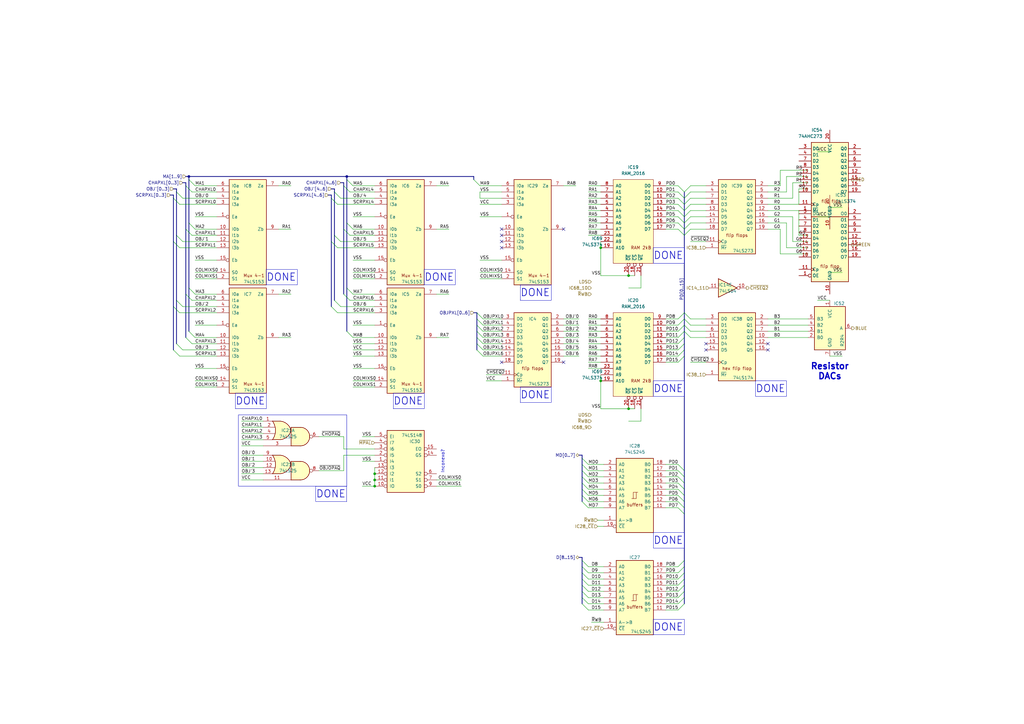
<source format=kicad_sch>
(kicad_sch (version 20231120) (generator "eeschema") (generator_version "8.0")
  (paper "A3")
  (title_block (company "JOTEGO"))
  (junction (at 142.24 72.39))
  (junction (at 257.81 113.03))
  (junction (at 153.67 194.31))
  (junction (at 77.47 72.39))
  (junction (at 257.81 167.64))
  (junction (at 153.67 196.85))
  (junction (at 246.38 101.6))
  (junction (at 153.67 199.39))
  (junction (at 246.38 156.21))
  (no_connect (at 231.14 93.98))
  (no_connect (at 205.74 99.06))
  (no_connect (at 289.56 140.97))
  (no_connect (at 289.56 143.51))
  (no_connect (at 205.74 93.98))
  (no_connect (at 314.96 140.97))
  (no_connect (at 205.74 148.59))
  (no_connect (at 205.74 96.52))
  (no_connect (at 231.14 148.59))
  (no_connect (at 205.74 101.6))
  (no_connect (at 314.96 143.51))
  (bus_entry (at 137.16 78.74) (size 2.54 2.54))
  (bus_entry (at 135.89 99.06) (size 2.54 2.54))
  (bus_entry (at 142.24 91.44) (size 2.54 2.54))
  (bus_entry (at 137.16 96.52) (size 2.54 2.54))
  (bus_entry (at 278.13 198.12) (size 2.54 2.54))
  (bus_entry (at 278.13 208.28) (size 2.54 2.54))
  (bus_entry (at 195.58 130.81) (size 2.54 2.54))
  (bus_entry (at 278.13 86.36) (size 2.54 2.54))
  (bus_entry (at 280.67 135.89) (size 2.54 2.54))
  (bus_entry (at 280.67 234.95) (size -2.54 2.54))
  (bus_entry (at 140.97 76.2) (size 2.54 2.54))
  (bus_entry (at 280.67 130.81) (size -2.54 2.54))
  (bus_entry (at 280.67 133.35) (size 2.54 2.54))
  (bus_entry (at 278.13 200.66) (size 2.54 2.54))
  (bus_entry (at 71.12 143.51) (size 2.54 2.54))
  (bus_entry (at 238.76 237.49) (size 2.54 2.54))
  (bus_entry (at 283.21 86.36) (size -2.54 2.54))
  (bus_entry (at 77.47 135.89) (size 2.54 2.54))
  (bus_entry (at 278.13 91.44) (size 2.54 2.54))
  (bus_entry (at 280.67 130.81) (size 2.54 2.54))
  (bus_entry (at 76.2 76.2) (size 2.54 2.54))
  (bus_entry (at 238.76 242.57) (size 2.54 2.54))
  (bus_entry (at 142.24 118.11) (size 2.54 2.54))
  (bus_entry (at 135.89 125.73) (size 2.54 2.54))
  (bus_entry (at 72.39 123.19) (size 2.54 2.54))
  (bus_entry (at 238.76 229.87) (size 2.54 2.54))
  (bus_entry (at 238.76 187.96) (size 2.54 2.54))
  (bus_entry (at 76.2 120.65) (size 2.54 2.54))
  (bus_entry (at 283.21 88.9) (size -2.54 2.54))
  (bus_entry (at 280.67 128.27) (size -2.54 2.54))
  (bus_entry (at 280.67 143.51) (size -2.54 2.54))
  (bus_entry (at 195.58 135.89) (size 2.54 2.54))
  (bus_entry (at 283.21 81.28) (size -2.54 2.54))
  (bus_entry (at 278.13 76.2) (size 2.54 2.54))
  (bus_entry (at 280.67 237.49) (size -2.54 2.54))
  (bus_entry (at 238.76 195.58) (size 2.54 2.54))
  (bus_entry (at 77.47 118.11) (size 2.54 2.54))
  (bus_entry (at 278.13 88.9) (size 2.54 2.54))
  (bus_entry (at 278.13 81.28) (size 2.54 2.54))
  (bus_entry (at 137.16 123.19) (size 2.54 2.54))
  (bus_entry (at 195.58 133.35) (size 2.54 2.54))
  (bus_entry (at 76.2 138.43) (size 2.54 2.54))
  (bus_entry (at 71.12 81.28) (size 2.54 2.54))
  (bus_entry (at 238.76 205.74) (size 2.54 2.54))
  (bus_entry (at 238.76 240.03) (size 2.54 2.54))
  (bus_entry (at 238.76 234.95) (size 2.54 2.54))
  (bus_entry (at 140.97 120.65) (size 2.54 2.54))
  (bus_entry (at 278.13 250.19) (size 2.54 -2.54))
  (bus_entry (at 195.58 138.43) (size 2.54 2.54))
  (bus_entry (at 283.21 76.2) (size -2.54 2.54))
  (bus_entry (at 195.58 140.97) (size 2.54 2.54))
  (bus_entry (at 238.76 247.65) (size 2.54 2.54))
  (bus_entry (at 278.13 93.98) (size 2.54 2.54))
  (bus_entry (at 280.67 229.87) (size -2.54 2.54))
  (bus_entry (at 280.67 138.43) (size -2.54 2.54))
  (bus_entry (at 278.13 203.2) (size 2.54 2.54))
  (bus_entry (at 238.76 198.12) (size 2.54 2.54))
  (bus_entry (at 135.89 81.28) (size 2.54 2.54))
  (bus_entry (at 238.76 200.66) (size 2.54 2.54))
  (bus_entry (at 283.21 93.98) (size -2.54 2.54))
  (bus_entry (at 77.47 73.66) (size 2.54 2.54))
  (bus_entry (at 280.67 232.41) (size -2.54 2.54))
  (bus_entry (at 238.76 203.2) (size 2.54 2.54))
  (bus_entry (at 280.67 245.11) (size -2.54 2.54))
  (bus_entry (at 280.67 128.27) (size 2.54 2.54))
  (bus_entry (at 71.12 125.73) (size 2.54 2.54))
  (bus_entry (at 278.13 205.74) (size 2.54 2.54))
  (bus_entry (at 278.13 83.82) (size 2.54 2.54))
  (bus_entry (at 280.67 146.05) (size -2.54 2.54))
  (bus_entry (at 278.13 78.74) (size 2.54 2.54))
  (bus_entry (at 238.76 245.11) (size 2.54 2.54))
  (bus_entry (at 71.12 99.06) (size 2.54 2.54))
  (bus_entry (at 238.76 232.41) (size 2.54 2.54))
  (bus_entry (at 283.21 78.74) (size -2.54 2.54))
  (bus_entry (at 283.21 91.44) (size -2.54 2.54))
  (bus_entry (at 280.67 133.35) (size -2.54 2.54))
  (bus_entry (at 238.76 193.04) (size 2.54 2.54))
  (bus_entry (at 280.67 135.89) (size -2.54 2.54))
  (bus_entry (at 72.39 140.97) (size 2.54 2.54))
  (bus_entry (at 72.39 78.74) (size 2.54 2.54))
  (bus_entry (at 283.21 83.82) (size -2.54 2.54))
  (bus_entry (at 278.13 193.04) (size 2.54 2.54))
  (bus_entry (at 76.2 93.98) (size 2.54 2.54))
  (bus_entry (at 280.67 242.57) (size -2.54 2.54))
  (bus_entry (at 278.13 242.57) (size 2.54 -2.54))
  (bus_entry (at 280.67 140.97) (size -2.54 2.54))
  (bus_entry (at 77.47 91.44) (size 2.54 2.54))
  (bus_entry (at 195.58 143.51) (size 2.54 2.54))
  (bus_entry (at 142.24 135.89) (size 2.54 2.54))
  (bus_entry (at 72.39 96.52) (size 2.54 2.54))
  (bus_entry (at 194.31 73.66) (size 2.54 2.54))
  (bus_entry (at 195.58 128.27) (size 2.54 2.54))
  (bus_entry (at 278.13 195.58) (size 2.54 2.54))
  (bus_entry (at 142.24 73.66) (size 2.54 2.54))
  (bus_entry (at 278.13 190.5) (size 2.54 2.54))
  (bus_entry (at 238.76 190.5) (size 2.54 2.54))
  (bus_entry (at 140.97 93.98) (size 2.54 2.54))
  (bus (pts (xy 72.39 123.19) (xy 72.39 140.97)))
  (bus (pts (xy 280.67 205.74) (xy 280.67 208.28)))
  (bus (pts (xy 238.76 237.49) (xy 238.76 234.95)))
  (wire (pts (xy 320.04 104.14) (xy 331.47 104.14)))
  (bus (pts (xy 71.12 99.06) (xy 71.12 81.28)))
  (bus (pts (xy 280.67 130.81) (xy 280.67 133.35)))
  (wire (pts (xy 80.01 138.43) (xy 88.9 138.43)))
  (wire (pts (xy 314.96 83.82) (xy 327.66 83.82)))
  (bus (pts (xy 280.67 78.74) (xy 280.67 81.28)))
  (wire (pts (xy 199.39 156.21) (xy 205.74 156.21)))
  (wire (pts (xy 314.96 133.35) (xy 331.47 133.35)))
  (bus (pts (xy 280.67 245.11) (xy 280.67 247.65)))
  (bus (pts (xy 238.76 195.58) (xy 238.76 193.04)))
  (wire (pts (xy 345.44 85.09) (xy 340.36 85.09)))
  (wire (pts (xy 196.85 88.9) (xy 205.74 88.9)))
  (wire (pts (xy 246.38 113.03) (xy 246.38 101.6)))
  (wire (pts (xy 198.12 143.51) (xy 205.74 143.51)))
  (wire (pts (xy 273.05 205.74) (xy 278.13 205.74)))
  (wire (pts (xy 179.07 76.2) (xy 184.15 76.2)))
  (wire (pts (xy 325.12 88.9) (xy 325.12 99.06)))
  (wire (pts (xy 241.3 198.12) (xy 247.65 198.12)))
  (bus (pts (xy 280.67 138.43) (xy 280.67 140.97)))
  (wire (pts (xy 143.51 78.74) (xy 153.67 78.74)))
  (bus (pts (xy 238.76 242.57) (xy 238.76 240.03)))
  (wire (pts (xy 241.3 140.97) (xy 246.38 140.97)))
  (wire (pts (xy 231.14 146.05) (xy 237.49 146.05)))
  (wire (pts (xy 325.12 74.93) (xy 331.47 74.93)))
  (bus (pts (xy 135.89 77.47) (xy 137.16 77.47)))
  (bus (pts (xy 280.67 133.35) (xy 280.67 135.89)))
  (wire (pts (xy 273.05 130.81) (xy 278.13 130.81)))
  (wire (pts (xy 262.89 172.72) (xy 262.89 167.64)))
  (bus (pts (xy 280.67 93.98) (xy 280.67 96.52)))
  (bus (pts (xy 280.67 143.51) (xy 280.67 146.05)))
  (wire (pts (xy 283.21 93.98) (xy 289.56 93.98)))
  (wire (pts (xy 245.11 213.36) (xy 247.65 213.36)))
  (wire (pts (xy 231.14 138.43) (xy 237.49 138.43)))
  (wire (pts (xy 241.3 93.98) (xy 246.38 93.98)))
  (bus (pts (xy 280.67 234.95) (xy 280.67 237.49)))
  (wire (pts (xy 327.66 77.47) (xy 331.47 77.47)))
  (wire (pts (xy 99.06 177.8) (xy 107.95 177.8)))
  (wire (pts (xy 262.89 118.11) (xy 262.89 113.03)))
  (wire (pts (xy 320.04 76.2) (xy 320.04 69.85)))
  (wire (pts (xy 320.04 69.85) (xy 331.47 69.85)))
  (wire (pts (xy 241.3 240.03) (xy 247.65 240.03)))
  (bus (pts (xy 195.58 140.97) (xy 195.58 143.51)))
  (bus (pts (xy 77.47 91.44) (xy 77.47 73.66)))
  (bus (pts (xy 139.7 74.93) (xy 140.97 74.93)))
  (bus (pts (xy 238.76 190.5) (xy 238.76 187.96)))
  (wire (pts (xy 273.05 247.65) (xy 278.13 247.65)))
  (wire (pts (xy 143.51 123.19) (xy 153.67 123.19)))
  (bus (pts (xy 142.24 118.11) (xy 142.24 91.44)))
  (wire (pts (xy 257.81 167.64) (xy 260.35 167.64)))
  (wire (pts (xy 273.05 78.74) (xy 278.13 78.74)))
  (wire (pts (xy 273.05 86.36) (xy 278.13 86.36)))
  (bus (pts (xy 140.97 74.93) (xy 140.97 76.2)))
  (wire (pts (xy 74.93 99.06) (xy 88.9 99.06)))
  (wire (pts (xy 196.85 78.74) (xy 196.85 81.28)))
  (wire (pts (xy 138.43 101.6) (xy 153.67 101.6)))
  (wire (pts (xy 139.7 81.28) (xy 153.67 81.28)))
  (bus (pts (xy 280.67 210.82) (xy 280.67 229.87)))
  (wire (pts (xy 314.96 138.43) (xy 331.47 138.43)))
  (wire (pts (xy 241.3 96.52) (xy 246.38 96.52)))
  (bus (pts (xy 280.67 195.58) (xy 280.67 198.12)))
  (wire (pts (xy 231.14 140.97) (xy 237.49 140.97)))
  (bus (pts (xy 76.2 120.65) (xy 76.2 138.43)))
  (wire (pts (xy 99.06 182.88) (xy 107.95 182.88)))
  (wire (pts (xy 99.06 189.23) (xy 107.95 189.23)))
  (bus (pts (xy 280.67 81.28) (xy 280.67 83.82)))
  (wire (pts (xy 196.85 81.28) (xy 205.74 81.28)))
  (bus (pts (xy 238.76 232.41) (xy 238.76 229.87)))
  (wire (pts (xy 140.97 186.69) (xy 153.67 186.69)))
  (wire (pts (xy 273.05 193.04) (xy 278.13 193.04)))
  (wire (pts (xy 273.05 133.35) (xy 278.13 133.35)))
  (bus (pts (xy 280.67 203.2) (xy 280.67 205.74)))
  (wire (pts (xy 345.44 146.05) (xy 340.36 146.05)))
  (wire (pts (xy 241.3 148.59) (xy 246.38 148.59)))
  (wire (pts (xy 139.7 99.06) (xy 153.67 99.06)))
  (wire (pts (xy 99.06 172.72) (xy 107.95 172.72)))
  (bus (pts (xy 195.58 133.35) (xy 195.58 135.89)))
  (wire (pts (xy 73.66 101.6) (xy 88.9 101.6)))
  (wire (pts (xy 144.78 93.98) (xy 153.67 93.98)))
  (wire (pts (xy 144.78 143.51) (xy 153.67 143.51)))
  (bus (pts (xy 238.76 228.6) (xy 238.76 229.87)))
  (wire (pts (xy 74.93 143.51) (xy 88.9 143.51)))
  (bus (pts (xy 142.24 91.44) (xy 142.24 73.66)))
  (bus (pts (xy 195.58 135.89) (xy 195.58 138.43)))
  (wire (pts (xy 322.58 91.44) (xy 322.58 101.6)))
  (wire (pts (xy 196.85 83.82) (xy 205.74 83.82)))
  (bus (pts (xy 76.2 72.39) (xy 77.47 72.39)))
  (bus (pts (xy 137.16 78.74) (xy 137.16 96.52)))
  (wire (pts (xy 198.12 140.97) (xy 205.74 140.97)))
  (bus (pts (xy 71.12 77.47) (xy 72.39 77.47)))
  (wire (pts (xy 179.07 93.98) (xy 184.15 93.98)))
  (wire (pts (xy 273.05 76.2) (xy 278.13 76.2)))
  (bus (pts (xy 238.76 198.12) (xy 238.76 195.58)))
  (bus (pts (xy 238.76 193.04) (xy 238.76 190.5)))
  (wire (pts (xy 273.05 203.2) (xy 278.13 203.2)))
  (wire (pts (xy 78.74 78.74) (xy 88.9 78.74)))
  (wire (pts (xy 114.3 138.43) (xy 119.38 138.43)))
  (wire (pts (xy 196.85 106.68) (xy 205.74 106.68)))
  (wire (pts (xy 231.14 133.35) (xy 237.49 133.35)))
  (wire (pts (xy 198.12 130.81) (xy 205.74 130.81)))
  (wire (pts (xy 99.06 196.85) (xy 107.95 196.85)))
  (wire (pts (xy 273.05 190.5) (xy 278.13 190.5)))
  (bus (pts (xy 194.31 128.27) (xy 195.58 128.27)))
  (wire (pts (xy 283.21 99.06) (xy 289.56 99.06)))
  (bus (pts (xy 280.67 208.28) (xy 280.67 210.82)))
  (bus (pts (xy 238.76 186.69) (xy 237.49 186.69)))
  (wire (pts (xy 241.3 146.05) (xy 246.38 146.05)))
  (bus (pts (xy 238.76 186.69) (xy 238.76 187.96)))
  (wire (pts (xy 273.05 143.51) (xy 278.13 143.51)))
  (bus (pts (xy 72.39 96.52) (xy 72.39 123.19)))
  (wire (pts (xy 273.05 81.28) (xy 278.13 81.28)))
  (wire (pts (xy 283.21 88.9) (xy 289.56 88.9)))
  (wire (pts (xy 314.96 86.36) (xy 327.66 86.36)))
  (wire (pts (xy 273.05 88.9) (xy 278.13 88.9)))
  (wire (pts (xy 273.05 240.03) (xy 278.13 240.03)))
  (wire (pts (xy 99.06 175.26) (xy 107.95 175.26)))
  (wire (pts (xy 73.66 128.27) (xy 88.9 128.27)))
  (wire (pts (xy 99.06 191.77) (xy 107.95 191.77)))
  (wire (pts (xy 283.21 83.82) (xy 289.56 83.82)))
  (wire (pts (xy 241.3 205.74) (xy 247.65 205.74)))
  (wire (pts (xy 246.38 153.67) (xy 246.38 156.21)))
  (bus (pts (xy 280.67 88.9) (xy 280.67 91.44)))
  (wire (pts (xy 80.01 88.9) (xy 88.9 88.9)))
  (wire (pts (xy 283.21 78.74) (xy 289.56 78.74)))
  (wire (pts (xy 189.23 196.85) (xy 179.07 196.85)))
  (wire (pts (xy 283.21 81.28) (xy 289.56 81.28)))
  (bus (pts (xy 77.47 72.39) (xy 142.24 72.39)))
  (wire (pts (xy 241.3 242.57) (xy 247.65 242.57)))
  (wire (pts (xy 273.05 250.19) (xy 278.13 250.19)))
  (wire (pts (xy 322.58 72.39) (xy 331.47 72.39)))
  (wire (pts (xy 283.21 138.43) (xy 289.56 138.43)))
  (wire (pts (xy 273.05 148.59) (xy 278.13 148.59)))
  (wire (pts (xy 80.01 111.76) (xy 88.9 111.76)))
  (wire (pts (xy 144.78 140.97) (xy 153.67 140.97)))
  (wire (pts (xy 144.78 114.3) (xy 153.67 114.3)))
  (wire (pts (xy 273.05 198.12) (xy 278.13 198.12)))
  (bus (pts (xy 77.47 73.66) (xy 77.47 72.39)))
  (wire (pts (xy 144.78 156.21) (xy 153.67 156.21)))
  (wire (pts (xy 314.96 135.89) (xy 331.47 135.89)))
  (wire (pts (xy 153.67 179.07) (xy 148.59 179.07)))
  (bus (pts (xy 76.2 74.93) (xy 76.2 76.2)))
  (wire (pts (xy 246.38 156.21) (xy 246.38 167.64)))
  (wire (pts (xy 143.51 96.52) (xy 153.67 96.52)))
  (wire (pts (xy 246.38 101.6) (xy 246.38 99.06)))
  (bus (pts (xy 71.12 143.51) (xy 71.12 125.73)))
  (wire (pts (xy 325.12 99.06) (xy 331.47 99.06)))
  (wire (pts (xy 273.05 83.82) (xy 278.13 83.82)))
  (wire (pts (xy 80.01 93.98) (xy 88.9 93.98)))
  (wire (pts (xy 241.3 138.43) (xy 246.38 138.43)))
  (bus (pts (xy 77.47 118.11) (xy 77.47 91.44)))
  (wire (pts (xy 273.05 140.97) (xy 278.13 140.97)))
  (bus (pts (xy 280.67 96.52) (xy 280.67 128.27)))
  (wire (pts (xy 327.66 96.52) (xy 327.66 86.36)))
  (wire (pts (xy 130.81 179.07) (xy 140.97 179.07)))
  (wire (pts (xy 140.97 186.69) (xy 140.97 193.04)))
  (wire (pts (xy 283.21 91.44) (xy 289.56 91.44)))
  (wire (pts (xy 144.78 158.75) (xy 153.67 158.75)))
  (wire (pts (xy 144.78 133.35) (xy 153.67 133.35)))
  (wire (pts (xy 257.81 172.72) (xy 262.89 172.72)))
  (wire (pts (xy 335.28 88.9) (xy 340.36 88.9)))
  (wire (pts (xy 246.38 167.64) (xy 257.81 167.64)))
  (wire (pts (xy 144.78 120.65) (xy 153.67 120.65)))
  (wire (pts (xy 241.3 151.13) (xy 246.38 151.13)))
  (wire (pts (xy 196.85 114.3) (xy 205.74 114.3)))
  (wire (pts (xy 198.12 135.89) (xy 205.74 135.89)))
  (wire (pts (xy 114.3 120.65) (xy 119.38 120.65)))
  (wire (pts (xy 273.05 237.49) (xy 278.13 237.49)))
  (wire (pts (xy 196.85 76.2) (xy 205.74 76.2)))
  (bus (pts (xy 238.76 247.65) (xy 238.76 245.11)))
  (wire (pts (xy 241.3 247.65) (xy 247.65 247.65)))
  (wire (pts (xy 198.12 138.43) (xy 205.74 138.43)))
  (wire (pts (xy 325.12 81.28) (xy 325.12 74.93)))
  (wire (pts (xy 283.21 148.59) (xy 289.56 148.59)))
  (bus (pts (xy 238.76 234.95) (xy 238.76 232.41)))
  (bus (pts (xy 74.93 74.93) (xy 76.2 74.93)))
  (wire (pts (xy 73.66 146.05) (xy 88.9 146.05)))
  (wire (pts (xy 78.74 140.97) (xy 88.9 140.97)))
  (bus (pts (xy 280.67 128.27) (xy 280.67 130.81)))
  (bus (pts (xy 195.58 130.81) (xy 195.58 133.35)))
  (bus (pts (xy 280.67 135.89) (xy 280.67 138.43)))
  (wire (pts (xy 231.14 76.2) (xy 236.22 76.2)))
  (wire (pts (xy 80.01 114.3) (xy 88.9 114.3)))
  (wire (pts (xy 144.78 106.68) (xy 153.67 106.68)))
  (wire (pts (xy 80.01 120.65) (xy 88.9 120.65)))
  (bus (pts (xy 76.2 76.2) (xy 76.2 93.98)))
  (wire (pts (xy 231.14 135.89) (xy 237.49 135.89)))
  (wire (pts (xy 196.85 78.74) (xy 205.74 78.74)))
  (wire (pts (xy 241.3 234.95) (xy 247.65 234.95)))
  (wire (pts (xy 273.05 208.28) (xy 278.13 208.28)))
  (wire (pts (xy 241.3 193.04) (xy 247.65 193.04)))
  (wire (pts (xy 80.01 151.13) (xy 88.9 151.13)))
  (wire (pts (xy 314.96 78.74) (xy 322.58 78.74)))
  (wire (pts (xy 73.66 83.82) (xy 88.9 83.82)))
  (wire (pts (xy 74.93 81.28) (xy 88.9 81.28)))
  (wire (pts (xy 80.01 133.35) (xy 88.9 133.35)))
  (bus (pts (xy 72.39 78.74) (xy 72.39 96.52)))
  (wire (pts (xy 241.3 135.89) (xy 246.38 135.89)))
  (bus (pts (xy 195.58 128.27) (xy 195.58 130.81)))
  (wire (pts (xy 241.3 203.2) (xy 247.65 203.2)))
  (wire (pts (xy 273.05 232.41) (xy 278.13 232.41)))
  (wire (pts (xy 179.07 138.43) (xy 184.15 138.43)))
  (wire (pts (xy 99.06 180.34) (xy 107.95 180.34)))
  (bus (pts (xy 280.67 193.04) (xy 280.67 195.58)))
  (wire (pts (xy 153.67 194.31) (xy 153.67 196.85)))
  (wire (pts (xy 335.28 62.23) (xy 340.36 62.23)))
  (bus (pts (xy 140.97 93.98) (xy 140.97 120.65)))
  (bus (pts (xy 140.97 76.2) (xy 140.97 93.98)))
  (wire (pts (xy 231.14 143.51) (xy 237.49 143.51)))
  (bus (pts (xy 280.67 240.03) (xy 280.67 242.57)))
  (wire (pts (xy 80.01 156.21) (xy 88.9 156.21)))
  (wire (pts (xy 241.3 130.81) (xy 246.38 130.81)))
  (wire (pts (xy 345.44 111.76) (xy 340.36 111.76)))
  (wire (pts (xy 241.3 88.9) (xy 246.38 88.9)))
  (bus (pts (xy 72.39 77.47) (xy 72.39 78.74)))
  (wire (pts (xy 273.05 200.66) (xy 278.13 200.66)))
  (wire (pts (xy 273.05 234.95) (xy 278.13 234.95)))
  (wire (pts (xy 74.93 125.73) (xy 88.9 125.73)))
  (wire (pts (xy 198.12 146.05) (xy 205.74 146.05)))
  (wire (pts (xy 241.3 78.74) (xy 246.38 78.74)))
  (wire (pts (xy 138.43 83.82) (xy 153.67 83.82)))
  (wire (pts (xy 320.04 93.98) (xy 320.04 104.14)))
  (bus (pts (xy 195.58 138.43) (xy 195.58 140.97)))
  (wire (pts (xy 144.78 138.43) (xy 153.67 138.43)))
  (wire (pts (xy 283.21 135.89) (xy 289.56 135.89)))
  (bus (pts (xy 71.12 81.28) (xy 71.12 80.01)))
  (bus (pts (xy 142.24 72.39) (xy 194.31 72.39)))
  (wire (pts (xy 283.21 130.81) (xy 289.56 130.81)))
  (bus (pts (xy 280.67 146.05) (xy 280.67 193.04)))
  (wire (pts (xy 231.14 130.81) (xy 237.49 130.81)))
  (wire (pts (xy 78.74 123.19) (xy 88.9 123.19)))
  (wire (pts (xy 99.06 186.69) (xy 107.95 186.69)))
  (bus (pts (xy 194.31 73.66) (xy 194.31 72.39)))
  (wire (pts (xy 327.66 83.82) (xy 327.66 77.47)))
  (wire (pts (xy 314.96 88.9) (xy 325.12 88.9)))
  (bus (pts (xy 69.85 80.01) (xy 71.12 80.01)))
  (wire (pts (xy 80.01 158.75) (xy 88.9 158.75)))
  (bus (pts (xy 280.67 83.82) (xy 280.67 86.36)))
  (bus (pts (xy 238.76 200.66) (xy 238.76 198.12)))
  (wire (pts (xy 144.78 151.13) (xy 153.67 151.13)))
  (wire (pts (xy 241.3 245.11) (xy 247.65 245.11)))
  (wire (pts (xy 80.01 76.2) (xy 88.9 76.2)))
  (bus (pts (xy 137.16 96.52) (xy 137.16 123.19)))
  (wire (pts (xy 257.81 118.11) (xy 262.89 118.11)))
  (bus (pts (xy 135.89 125.73) (xy 135.89 99.06)))
  (bus (pts (xy 280.67 229.87) (xy 280.67 232.41)))
  (wire (pts (xy 140.97 184.15) (xy 140.97 179.07)))
  (wire (pts (xy 189.23 199.39) (xy 179.07 199.39)))
  (wire (pts (xy 148.59 199.39) (xy 153.67 199.39)))
  (wire (pts (xy 241.3 76.2) (xy 246.38 76.2)))
  (wire (pts (xy 273.05 245.11) (xy 278.13 245.11)))
  (wire (pts (xy 335.28 123.19) (xy 340.36 123.19)))
  (wire (pts (xy 199.39 153.67) (xy 205.74 153.67)))
  (wire (pts (xy 314.96 130.81) (xy 331.47 130.81)))
  (wire (pts (xy 99.06 194.31) (xy 107.95 194.31)))
  (bus (pts (xy 280.67 140.97) (xy 280.67 143.51)))
  (bus (pts (xy 76.2 93.98) (xy 76.2 120.65)))
  (wire (pts (xy 144.78 111.76) (xy 153.67 111.76)))
  (wire (pts (xy 314.96 91.44) (xy 322.58 91.44)))
  (wire (pts (xy 241.3 208.28) (xy 247.65 208.28)))
  (wire (pts (xy 260.35 113.03) (xy 257.81 113.03)))
  (bus (pts (xy 280.67 232.41) (xy 280.67 234.95)))
  (wire (pts (xy 320.04 93.98) (xy 314.96 93.98)))
  (bus (pts (xy 135.89 99.06) (xy 135.89 81.28)))
  (wire (pts (xy 245.11 215.9) (xy 247.65 215.9)))
  (bus (pts (xy 71.12 125.73) (xy 71.12 99.06)))
  (wire (pts (xy 273.05 93.98) (xy 278.13 93.98)))
  (wire (pts (xy 273.05 91.44) (xy 278.13 91.44)))
  (wire (pts (xy 314.96 81.28) (xy 325.12 81.28)))
  (wire (pts (xy 130.81 193.04) (xy 140.97 193.04)))
  (wire (pts (xy 153.67 191.77) (xy 153.67 194.31)))
  (bus (pts (xy 280.67 91.44) (xy 280.67 93.98)))
  (wire (pts (xy 241.3 200.66) (xy 247.65 200.66)))
  (bus (pts (xy 134.62 80.01) (xy 135.89 80.01)))
  (wire (pts (xy 80.01 106.68) (xy 88.9 106.68)))
  (wire (pts (xy 257.81 113.03) (xy 246.38 113.03)))
  (bus (pts (xy 238.76 245.11) (xy 238.76 242.57)))
  (bus (pts (xy 135.89 81.28) (xy 135.89 80.01)))
  (bus (pts (xy 280.67 242.57) (xy 280.67 245.11)))
  (bus (pts (xy 238.76 205.74) (xy 238.76 203.2)))
  (wire (pts (xy 273.05 146.05) (xy 278.13 146.05)))
  (wire (pts (xy 241.3 143.51) (xy 246.38 143.51)))
  (wire (pts (xy 241.3 237.49) (xy 247.65 237.49)))
  (wire (pts (xy 196.85 111.76) (xy 205.74 111.76)))
  (bus (pts (xy 238.76 203.2) (xy 238.76 200.66)))
  (wire (pts (xy 148.59 189.23) (xy 153.67 189.23)))
  (wire (pts (xy 144.78 76.2) (xy 153.67 76.2)))
  (wire (pts (xy 241.3 81.28) (xy 246.38 81.28)))
  (wire (pts (xy 198.12 133.35) (xy 205.74 133.35)))
  (wire (pts (xy 273.05 242.57) (xy 278.13 242.57)))
  (wire (pts (xy 322.58 101.6) (xy 331.47 101.6)))
  (wire (pts (xy 283.21 76.2) (xy 289.56 76.2)))
  (wire (pts (xy 153.67 196.85) (xy 153.67 199.39)))
  (wire (pts (xy 322.58 78.74) (xy 322.58 72.39)))
  (bus (pts (xy 142.24 135.89) (xy 142.24 118.11)))
  (wire (pts (xy 241.3 250.19) (xy 247.65 250.19)))
  (bus (pts (xy 280.67 86.36) (xy 280.67 88.9)))
  (wire (pts (xy 140.97 184.15) (xy 153.67 184.15)))
  (bus (pts (xy 238.76 240.03) (xy 238.76 237.49)))
  (wire (pts (xy 114.3 76.2) (xy 119.38 76.2)))
  (wire (pts (xy 114.3 93.98) (xy 119.38 93.98)))
  (wire (pts (xy 327.66 96.52) (xy 331.47 96.52)))
  (wire (pts (xy 241.3 232.41) (xy 247.65 232.41)))
  (wire (pts (xy 273.05 135.89) (xy 278.13 135.89)))
  (wire (pts (xy 241.3 83.82) (xy 246.38 83.82)))
  (wire (pts (xy 179.07 120.65) (xy 184.15 120.65)))
  (wire (pts (xy 241.3 195.58) (xy 247.65 195.58)))
  (wire (pts (xy 241.3 91.44) (xy 246.38 91.44)))
  (bus (pts (xy 280.67 198.12) (xy 280.67 200.66)))
  (wire (pts (xy 144.78 146.05) (xy 153.67 146.05)))
  (wire (pts (xy 139.7 125.73) (xy 153.67 125.73)))
  (bus (pts (xy 137.16 77.47) (xy 137.16 78.74)))
  (wire (pts (xy 78.74 96.52) (xy 88.9 96.52)))
  (wire (pts (xy 273.05 138.43) (xy 278.13 138.43)))
  (bus (pts (xy 280.67 237.49) (xy 280.67 240.03)))
  (bus (pts (xy 280.67 200.66) (xy 280.67 203.2)))
  (wire (pts (xy 241.3 133.35) (xy 246.38 133.35)))
  (bus (pts (xy 77.47 135.89) (xy 77.47 118.11)))
  (bus (pts (xy 142.24 73.66) (xy 142.24 72.39)))
  (wire (pts (xy 138.43 128.27) (xy 153.67 128.27)))
  (wire (pts (xy 283.21 133.35) (xy 289.56 133.35)))
  (wire (pts (xy 320.04 76.2) (xy 314.96 76.2)))
  (wire (pts (xy 241.3 86.36) (xy 246.38 86.36)))
  (wire (pts (xy 144.78 88.9) (xy 153.67 88.9)))
  (wire (pts (xy 242.57 255.27) (xy 247.65 255.27)))
  (bus (pts (xy 238.76 228.6) (xy 237.49 228.6)))
  (wire (pts (xy 241.3 190.5) (xy 247.65 190.5)))
  (wire (pts (xy 273.05 195.58) (xy 278.13 195.58)))
  (wire (pts (xy 283.21 86.36) (xy 289.56 86.36)))
  (rectangle (start 109.22 110.49) (end 121.92 116.84) (fill (type color) (color 255 255 255 1)))
  (rectangle (start 173.99 110.49) (end 186.69 116.84) (fill (type color) (color 255 255 255 1)))
  (rectangle (start 161.29 161.29) (end 173.99 167.64) (fill (type color) (color 255 255 255 1)))
  (rectangle (start 129.54 199.39) (end 142.24 205.74) (fill (type color) (color 255 255 255 1)))
  (rectangle (start 267.97 156.21) (end 280.67 162.56) (fill (type color) (color 255 255 255 1)))
  (rectangle (start 213.36 116.84) (end 226.06 123.19) (fill (type color) (color 255 255 255 1)))
  (rectangle (start 309.88 156.21) (end 322.58 162.56) (fill (type color) (color 255 255 255 1)))
  (rectangle (start 267.97 254) (end 280.67 260.35) (fill (type color) (color 255 255 255 1)))
  (rectangle (start 267.97 101.6) (end 280.67 107.95) (fill (type color) (color 255 255 255 1)))
  (rectangle (start 213.36 158.75) (end 226.06 165.1) (fill (type color) (color 255 255 255 1)))
  (rectangle (start 267.97 218.44) (end 280.67 224.79) (fill (type color) (color 255 255 255 1)))
  (rectangle (start 96.52 161.29) (end 109.22 167.64) (fill (type color) (color 255 255 255 1)))
  (rectangle (start 97.79 170.18) (end 142.24 199.39))
  (text "DONE" (at 267.97 259.08 0) (effects (font (size 3 3) (thickness 0.254) (bold yes)) (justify left bottom)))
  (text "DONE" (at 96.52 166.37 0) (effects (font (size 3 3) (thickness 0.254) (bold yes)) (justify left bottom)))
  (text "DONE" (at 267.97 161.29 0) (effects (font (size 3 3) (thickness 0.254) (bold yes)) (justify left bottom)))
  (text "Inconexo?" (at 181.61 189.23 90) (effects (font (size 1.27 1.27))))
  (text "DONE" (at 129.54 204.47 0) (effects (font (size 3 3) (thickness 0.254) (bold yes)) (justify left bottom)))
  (text "DONE" (at 309.88 161.29 0) (effects (font (size 3 3) (thickness 0.254) (bold yes)) (justify left bottom)))
  (text "DONE" (at 161.29 166.37 0) (effects (font (size 3 3) (thickness 0.254) (bold yes)) (justify left bottom)))
  (text "DONE" (at 109.22 115.57 0) (effects (font (size 3 3) (thickness 0.254) (bold yes)) (justify left bottom)))
  (text "DONE" (at 267.97 223.52 0) (effects (font (size 3 3) (thickness 0.254) (bold yes)) (justify left bottom)))
  (text "DONE" (at 213.36 163.83 0) (effects (font (size 3 3) (thickness 0.254) (bold yes)) (justify left bottom)))
  (text "DONE" (at 213.36 121.92 0) (effects (font (size 3 3) (thickness 0.254) (bold yes)) (justify left bottom)))
  (text "DONE" (at 267.97 106.68 0) (effects (font (size 3 3) (thickness 0.254) (bold yes)) (justify left bottom)))
  (text "Resistor\nDACs" (at 340.36 152.4 0) (effects (font (size 2.54 2.54) (thickness 0.508) (bold yes))))
  (text "DONE" (at 173.99 115.57 0) (effects (font (size 3 3) (thickness 0.254) (bold yes)) (justify left bottom)))
  (label "VSS" (at 345.44 111.76 180))
  (label "RA6" (at 241.3 91.44 0))
  (label "R0" (at 327.66 77.47 0))
  (label "PD7" (at 273.05 93.98 0))
  (label "PD1" (at 278.13 193.04 180))
  (label "MA6" (at 144.78 93.98 0))
  (label "PD11" (at 273.05 240.03 0))
  (label "PD9" (at 273.05 133.35 0))
  (label "VSS" (at 144.78 140.97 0))
  (label "RA4" (at 241.3 86.36 0))
  (label "OBJ'6" (at 144.78 125.73 0))
  (label "CHAPXL1" (at 99.06 175.26 0))
  (label "CHAPXL1" (at 80.01 96.52 0))
  (label "SCRPXL0" (at 80.01 83.82 0))
  (label "VSS" (at 148.59 189.23 0))
  (label "VCC" (at 144.78 143.51 0))
  (label "PD5" (at 278.13 203.2 180))
  (label "PD[0..15]" (at 280.67 123.19 90))
  (label "OBJ'2" (at 99.06 191.77 0))
  (label "MD5" (at 241.3 203.2 0))
  (label "~{CHSEQ2}" (at 283.21 99.06 0))
  (label "MA9" (at 196.85 76.2 0))
  (label "COLMIXS1" (at 144.78 114.3 0))
  (label "D13" (at 242.57 245.11 0))
  (label "OBJ'3" (at 237.49 138.43 180))
  (label "VCC" (at 335.28 88.9 0))
  (label "OBJ'1" (at 80.01 99.06 0))
  (label "OBJ'6" (at 237.49 146.05 180))
  (label "PD0" (at 273.05 76.2 0))
  (label "COLMIXS1" (at 189.23 199.39 180))
  (label "COLMIXS1" (at 144.78 158.75 0))
  (label "PD2" (at 278.13 195.58 180))
  (label "VSS" (at 246.38 167.64 180))
  (label "OBJ'1" (at 237.49 133.35 180))
  (label "VCC" (at 148.59 199.39 0))
  (label "COLMIXS0" (at 144.78 156.21 0))
  (label "PD14" (at 273.05 146.05 0))
  (label "~{R}WB" (at 242.57 255.27 0))
  (label "RA3" (at 241.3 138.43 0))
  (label "RA2" (at 119.38 120.65 180))
  (label "PD1" (at 273.05 78.74 0))
  (label "G1" (at 320.04 91.44 180))
  (label "RA5" (at 184.15 93.98 180))
  (label "VSS" (at 80.01 133.35 0))
  (label "OBJ'4" (at 237.49 140.97 180))
  (label "B0" (at 320.04 138.43 180))
  (label "RA2" (at 241.3 135.89 0))
  (label "OBJPXL2" (at 198.12 135.89 0))
  (label "RA6" (at 184.15 120.65 180))
  (label "OBJPXL6" (at 198.12 146.05 0))
  (label "MD6" (at 241.3 205.74 0))
  (label "VCC" (at 99.06 182.88 0))
  (label "VSS" (at 144.78 146.05 0))
  (label "PD7" (at 278.13 208.28 180))
  (label "PD9" (at 273.05 234.95 0))
  (label "RA3" (at 119.38 138.43 180))
  (label "RA8" (at 236.22 76.2 180))
  (label "D8" (at 242.57 232.41 0))
  (label "VSS" (at 345.44 146.05 180))
  (label "OBJ'3" (at 80.01 143.51 0))
  (label "VSS" (at 144.78 88.9 0))
  (label "SCRPXL6" (at 144.78 128.27 0))
  (label "VSS" (at 144.78 106.68 0))
  (label "PD10" (at 273.05 135.89 0))
  (label "MA1" (at 80.01 76.2 0))
  (label "CHAPXL5" (at 144.78 96.52 0))
  (label "PD8" (at 273.05 232.41 0))
  (label "SCRPXL2" (at 80.01 128.27 0))
  (label "OBJ'0" (at 99.06 186.69 0))
  (label "MD7" (at 241.3 208.28 0))
  (label "R3" (at 326.39 69.85 0))
  (label "PD12" (at 273.05 242.57 0))
  (label "RA5" (at 241.3 88.9 0))
  (label "B1" (at 320.04 135.89 180))
  (label "CHAPXL3" (at 80.01 140.97 0))
  (label "D14" (at 242.57 247.65 0))
  (label "D10" (at 242.57 237.49 0))
  (label "PD5" (at 273.05 88.9 0))
  (label "VSS" (at 80.01 106.68 0))
  (label "RA2" (at 241.3 81.28 0))
  (label "PD3" (at 273.05 83.82 0))
  (label "COLMIXS1" (at 80.01 114.3 0))
  (label "PD11" (at 273.05 138.43 0))
  (label "OBJ'5" (at 144.78 99.06 0))
  (label "R1" (at 320.04 81.28 180))
  (label "SCRPXL1" (at 80.01 101.6 0))
  (label "MA4" (at 80.01 138.43 0))
  (label "OBJ'1" (at 99.06 189.23 0))
  (label "MD4" (at 241.3 200.66 0))
  (label "OBJPXL3" (at 198.12 138.43 0))
  (label "CHAPXL6" (at 144.78 123.19 0))
  (label "G2" (at 326.39 99.06 0))
  (label "COLMIXS0" (at 196.85 111.76 0))
  (label "PD15" (at 273.05 148.59 0))
  (label "RA7" (at 241.3 93.98 0))
  (label "VSS" (at 196.85 106.68 0))
  (label "OBJ'4" (at 144.78 81.28 0))
  (label "RA7" (at 184.15 138.43 180))
  (label "RA7" (at 241.3 148.59 0))
  (label "PD14" (at 273.05 247.65 0))
  (label "MA7" (at 144.78 120.65 0))
  (label "RA1" (at 241.3 78.74 0))
  (label "CHAPXL4" (at 144.78 78.74 0))
  (label "CHAPXL0" (at 80.01 78.74 0))
  (label "PD15" (at 273.05 250.19 0))
  (label "G2" (at 320.04 88.9 180))
  (label "RA3" (at 241.3 83.82 0))
  (label "OBJPXL0" (at 198.12 130.81 0))
  (label "COLMIXS0" (at 189.23 196.85 180))
  (label "B3" (at 320.04 130.81 180))
  (label "PD2" (at 273.05 81.28 0))
  (label "VSS" (at 80.01 151.13 0))
  (label "VSS" (at 144.78 151.13 0))
  (label "PD12" (at 273.05 140.97 0))
  (label "OBJ'0" (at 237.49 130.81 180))
  (label "OBJPXL5" (at 198.12 143.51 0))
  (label "VSS" (at 80.01 88.9 0))
  (label "PD6" (at 273.05 91.44 0))
  (label "VSS" (at 148.59 179.07 0))
  (label "R1" (at 326.39 74.93 0))
  (label "R0" (at 320.04 83.82 180))
  (label "PD6" (at 278.13 205.74 180))
  (label "PD4" (at 278.13 200.66 180))
  (label "G3" (at 320.04 86.36 180))
  (label "PD13" (at 273.05 143.51 0))
  (label "CHAPXL0" (at 99.06 172.72 0))
  (label "SCRPXL4" (at 144.78 83.82 0))
  (label "G1" (at 326.39 101.6 0))
  (label "PD4" (at 273.05 86.36 0))
  (label "CHAPXL2" (at 99.06 177.8 0))
  (label "PD13" (at 273.05 245.11 0))
  (label "PD3" (at 278.13 198.12 180))
  (label "VSS" (at 196.85 88.9 0))
  (label "B2" (at 320.04 133.35 180))
  (label "VSS" (at 144.78 133.35 0))
  (label "OBJ'5" (at 237.49 143.51 180))
  (label "RA1" (at 241.3 133.35 0))
  (label "OBJ'2" (at 237.49 135.89 180))
  (label "MA2" (at 80.01 93.98 0))
  (label "CHAPXL2" (at 80.01 123.19 0))
  (label "RA1" (at 119.38 93.98 180))
  (label "OBJ'3" (at 99.06 194.31 0))
  (label "RA0" (at 241.3 130.81 0))
  (label "PD10" (at 273.05 237.49 0))
  (label "OBJPXL4" (at 198.12 140.97 0))
  (label "COLMIXS0" (at 144.78 111.76 0))
  (label "~{CHSEQ2}" (at 283.21 148.59 0))
  (label "MA3" (at 80.01 120.65 0))
  (label "SCRPXL5" (at 144.78 101.6 0))
  (label "MD0" (at 241.3 190.5 0))
  (label "VSS" (at 345.44 85.09 180))
  (label "MD2" (at 241.3 195.58 0))
  (label "COLMIXS0" (at 80.01 111.76 0))
  (label "G0" (at 320.04 93.98 180))
  (label "R2" (at 320.04 78.74 180))
  (label "VCC" (at 196.85 83.82 0))
  (label "OBJPXL1" (at 198.12 133.35 0))
  (label "~{OBJOPAQ}" (at 139.7 193.04 180))
  (label "VCC" (at 335.28 62.23 0))
  (label "VCC" (at 335.28 123.19 0))
  (label "PD8" (at 273.05 130.81 0))
  (label "G3" (at 327.66 96.52 0))
  (label "RA8" (at 241.3 96.52 0))
  (label "MA8" (at 144.78 138.43 0))
  (label "~{CHOPAQ}" (at 139.7 179.07 180))
  (label "RA0" (at 119.38 76.2 180))
  (label "~{CHSEQ2}" (at 199.39 153.67 0))
  (label "VCC" (at 199.39 156.21 0))
  (label "RA5" (at 241.3 143.51 0))
  (label "COLMIXS1" (at 196.85 114.3 0))
  (label "VSS" (at 246.38 113.03 180))
  (label "D15" (at 242.57 250.19 0))
  (label "G0" (at 326.39 104.14 0))
  (label "COLMIXS0" (at 80.01 156.21 0))
  (label "D9" (at 242.57 234.95 0))
  (label "R3" (at 320.04 76.2 180))
  (label "RA4" (at 241.3 140.97 0))
  (label "RA0" (at 241.3 76.2 0))
  (label "PD0" (at 278.13 190.5 180))
  (label "MD1" (at 241.3 193.04 0))
  (label "VSS" (at 196.85 78.74 0))
  (label "COLMIXS1" (at 80.01 158.75 0))
  (label "RA6" (at 241.3 146.05 0))
  (label "CHAPXL3" (at 99.06 180.34 0))
  (label "VCC" (at 99.06 196.85 0))
  (label "D11" (at 242.57 240.03 0))
  (label "SCRPXL3" (at 80.01 146.05 0))
  (label "R2" (at 326.39 72.39 0))
  (label "MA5" (at 144.78 76.2 0))
  (label "MD3" (at 241.3 198.12 0))
  (label "RA4" (at 184.15 76.2 180))
  (label "D12" (at 242.57 242.57 0))
  (label "OBJ'2" (at 80.01 125.73 0))
  (label "RA8" (at 241.3 151.13 0))
  (label "OBJ'0" (at 80.01 81.28 0))
  (hierarchical_label "D[8..15]" (shape bidirectional) (at 237.49 228.6 180))
  (hierarchical_label "IC14_11" (shape input) (at 290.83 118.11 180))
  (hierarchical_label "IC38_1" (shape input) (at 289.56 153.67 180))
  (hierarchical_label "LDS" (shape input) (at 242.57 115.57 180))
  (hierarchical_label "IC28_~{CE}" (shape input) (at 245.11 215.9 180))
  (hierarchical_label "OBJ'[0..3]" (shape input) (at 71.12 77.47 180))
  (hierarchical_label "BLUE" (shape output) (at 349.25 134.62 0))
  (hierarchical_label "IC27_~{CE}" (shape input) (at 247.65 257.81 180))
  (hierarchical_label "GREEN" (shape output) (at 349.25 100.33 0))
  (hierarchical_label "~{R}WB" (shape input) (at 242.57 120.65 180))
  (hierarchical_label "SCRPXL[4..6]" (shape input) (at 134.62 80.01 180))
  (hierarchical_label "~{MPAL}" (shape input) (at 153.67 181.61 180))
  (hierarchical_label "MD[0..7]" (shape bidirectional) (at 237.49 186.69 180))
  (hierarchical_label "IC38_1" (shape input) (at 289.56 101.6 180))
  (hierarchical_label "SCRPXL[0..3]" (shape input) (at 69.85 80.01 180))
  (hierarchical_label "MA[1..9]" (shape input) (at 76.2 72.39 180))
  (hierarchical_label "~{R}WB" (shape input) (at 245.11 213.36 180))
  (hierarchical_label "UDS" (shape input) (at 242.57 170.18 180))
  (hierarchical_label "CHAPXL[0..3]" (shape input) (at 74.93 74.93 180))
  (hierarchical_label "~{R}WB" (shape input) (at 242.57 172.72 180))
  (hierarchical_label "IC68_10" (shape input) (at 242.57 118.11 180))
  (hierarchical_label "IC68_9" (shape input) (at 242.57 175.26 180))
  (hierarchical_label "OBJ'[4..6]" (shape input) (at 135.89 77.47 180))
  (hierarchical_label "RED" (shape output) (at 349.25 73.66 0))
  (hierarchical_label "CHAPXL[4..6]" (shape input) (at 139.7 74.93 180))
  (hierarchical_label "OBJPXL[0..6]" (shape input) (at 194.31 128.27 180))
  (hierarchical_label "~{CHSEQ2}" (shape output) (at 306.07 118.11 0))
  (symbol (lib_id "jt74:74LS153") (at 101.6 138.43 0) (unit 1)
    (property "Reference" "IC7" (at 101.6 120.65 0))
    (property "Value" "74LS153" (at 104.14 160.02 0))
    (property "Datasheet" "http://www.ti.com/lit/gpn/sn74LS153" (effects (hide yes)))
    (property "Description" "Dual Multiplexer 4 to 1" (effects (hide yes)))
  )
  (symbol (lib_id "jt74:74LS148") (at 166.37 189.23 0) (mirror x) (unit 1)
    (property "Reference" "IC30" (at 170.18 180.34 0) (effects (justify bottom)))
    (property "Value" "74LS148" (at 168.91 177.8 0) (effects (justify bottom)))
    (property "Datasheet" "http://www.ti.com/lit/gpn/sn74LS148" (effects (hide yes)))
    (property "Description" "Priority Encoder 3 to 8 cascadable" (effects (hide yes)))
  )
  (symbol (lib_id "arcade:RAM_2016") (at 259.08 90.17 0) (unit 1)
    (property "Reference" "IC19" (at 259.715 68.58 0))
    (property "Value" "RAM_2016" (at 259.715 71.12 0))
  )
  (symbol (lib_id "arcade:RAM_2016") (at 259.08 144.78 0) (unit 1)
    (property "Reference" "IC20" (at 259.715 123.19 0))
    (property "Value" "RAM_2016" (at 259.715 125.73 0))
  )
  (symbol (lib_id "jt74:74LS153") (at 218.44 93.98 0) (unit 1)
    (property "Reference" "IC29" (at 218.44 76.2 0))
    (property "Value" "74LS153" (at 220.98 115.57 0))
    (property "Datasheet" "http://www.ti.com/lit/gpn/sn74LS153" (effects (hide yes)))
    (property "Description" "Dual Multiplexer 4 to 1" (effects (hide yes)))
  )
  (symbol (lib_id "74xx:74LS04") (at 298.45 118.11 0) (unit 5)
    (property "Reference" "IC14" (at 294.64 116.84 0) (effects (justify left)))
    (property "Value" "74LS04" (at 298.45 119.38 0))
    (property "Datasheet" "http://www.ti.com/lit/gpn/sn74LS04" (effects (hide yes)))
    (property "Description" "Hex Inverter" (effects (hide yes)))
  )
  (symbol (lib_id "jt74:74LS273") (at 218.44 143.51 0) (unit 1)
    (property "Reference" "IC4" (at 218.44 130.81 0))
    (property "Value" "74LS273" (at 220.98 157.48 0))
    (property "Datasheet" "http://www.ti.com/lit/gpn/sn74LS273" (effects (hide yes)))
    (property "Description" "8-bit D Flip-Flop, reset" (effects (hide yes)))
  )
  (symbol (lib_name "74LS10_1") (lib_id "74xx:74LS10") (at 250.19 172.72 0) (unit 2)
    (property "Reference" "IC69" (at 247.1735 152.4 0) (effects (justify right)))
    (property "Value" "74LS374" (at 247.1735 154.94 0) (effects (justify right)))
    (property "Datasheet" "http://www.ti.com/lit/gpn/sn74LS374" (effects (hide yes)))
    (property "Description" "8-bit Register, 3-state outputs" (effects (hide yes)))
  )
  (symbol (lib_id "jt74:74LS245") (at 260.35 245.11 0) (unit 1)
    (property "Reference" "IC27" (at 260.35 228.6 0))
    (property "Value" "74LS245" (at 262.89 259.08 0))
    (property "Datasheet" "http://www.ti.com/lit/gpn/sn74LS245" (effects (hide yes)))
    (property "Description" "Octal BUS Transceivers, 3-State outputs" (effects (hide yes)))
  )
  (symbol (lib_id "jt74:74LS25") (at 118.11 191.77 0) (unit 2)
    (property "Reference" "IC21" (at 118.11 190.5 0))
    (property "Value" "74LS25" (at 118.11 193.04 0))
    (property "Datasheet" "https://www.ti.com/lit/ds/symlink/sn7425.pdf" (effects (hide yes)))
    (property "Description" "dual 4-input nor gates with strobe" (effects (hide yes)))
  )
  (symbol (lib_id "jt74:74LS245") (at 260.35 203.2 0) (unit 1)
    (property "Reference" "IC28" (at 260.35 182.88 0))
    (property "Value" "74LS245" (at 260.35 185.42 0))
    (property "Datasheet" "http://www.ti.com/lit/gpn/sn74LS245" (effects (hide yes)))
    (property "Description" "Octal BUS Transceivers, 3-State outputs" (effects (hide yes)))
  )
  (symbol (lib_id "arcade:R2R4") (at 340.36 134.62 0) (unit 1)
    (property "Reference" "IC52" (at 344.17 124.46 0))
    (property "Value" "R2R4" (at 345.44 142.24 90) (effects (justify left)))
  )
  (symbol (lib_id "jt74:74LS273") (at 302.26 88.9 0) (unit 1)
    (property "Reference" "IC39" (at 302.26 76.2 0))
    (property "Value" "74LS273" (at 304.8 102.87 0))
    (property "Datasheet" "http://www.ti.com/lit/gpn/sn74LS273" (effects (hide yes)))
    (property "Description" "8-bit D Flip-Flop, reset" (effects (hide yes)))
  )
  (symbol (lib_id "jt74:74LS153") (at 101.6 93.98 0) (unit 1)
    (property "Reference" "IC8" (at 101.6 76.2 0))
    (property "Value" "74LS153" (at 104.14 115.57 0))
    (property "Datasheet" "http://www.ti.com/lit/gpn/sn74LS153" (effects (hide yes)))
    (property "Description" "Dual Multiplexer 4 to 1" (effects (hide yes)))
  )
  (symbol (lib_name "R2R4_2") (lib_id "arcade:R2R4") (at 340.36 100.33 0) (unit 1)
    (property "Reference" "IC53" (at 342.5541 80.01 0) (effects (justify left)))
    (property "Value" "74LS374" (at 342.5541 82.55 0) (effects (justify left)))
    (property "Datasheet" "http://www.ti.com/lit/gpn/sn74LS374" (effects (hide yes)))
    (property "Description" "8-bit Register, 3-state outputs" (effects (hide yes)))
  )
  (symbol (lib_id "jt74:74LS25") (at 118.11 177.8 0) (unit 1)
    (property "Reference" "IC21" (at 118.11 176.53 0))
    (property "Value" "74LS25" (at 118.11 179.07 0))
    (property "Datasheet" "https://www.ti.com/lit/ds/symlink/sn7425.pdf" (effects (hide yes)))
    (property "Description" "dual 4-input nor gates with strobe" (effects (hide yes)))
  )
  (symbol (lib_id "74xx:74LS10") (at 250.19 118.11 0) (unit 3)
    (property "Reference" "IC69" (at 247.1735 97.79 0) (effects (justify right)))
    (property "Value" "74LS374" (at 247.1735 100.33 0) (effects (justify right)))
    (property "Datasheet" "http://www.ti.com/lit/gpn/sn74LS374" (effects (hide yes)))
    (property "Description" "8-bit Register, 3-state outputs" (effects (hide yes)))
  )
  (symbol (lib_id "jt74:74LS174") (at 302.26 140.97 0) (unit 1)
    (property "Reference" "IC38" (at 302.26 130.81 0))
    (property "Value" "74LS174" (at 304.8 154.94 0))
    (property "Datasheet" "http://www.ti.com/lit/gpn/sn74LS174" (effects (hide yes)))
    (property "Description" "Hex D-type Flip-Flop, reset" (effects (hide yes)))
  )
  (symbol (lib_name "R2R4_1") (lib_id "arcade:R2R4") (at 340.36 73.66 0) (unit 1)
    (property "Reference" "IC54" (at 337.3435 53.34 0) (effects (justify right)))
    (property "Value" "74AHC273" (at 337.3435 55.88 0) (effects (justify right)))
    (property "Datasheet" "https://assets.nexperia.com/documents/data-sheet/74AHC_AHCT273.pdf" (effects (hide yes)))
    (property "Description" "8-bit D Flip-Flop, reset" (effects (hide yes)))
  )
  (symbol (lib_id "jt74:74LS153") (at 166.37 138.43 0) (unit 1)
    (property "Reference" "IC5" (at 166.37 120.65 0))
    (property "Value" "74LS153" (at 168.91 160.02 0))
    (property "Datasheet" "http://www.ti.com/lit/gpn/sn74LS153" (effects (hide yes)))
    (property "Description" "Dual Multiplexer 4 to 1" (effects (hide yes)))
  )
  (symbol (lib_id "jt74:74LS153") (at 166.37 93.98 0) (unit 1)
    (property "Reference" "IC6" (at 166.37 76.2 0))
    (property "Value" "74LS153" (at 168.91 115.57 0))
    (property "Datasheet" "http://www.ti.com/lit/gpn/sn74LS153" (effects (hide yes)))
    (property "Description" "Dual Multiplexer 4 to 1" (effects (hide yes)))
  )
)
</source>
